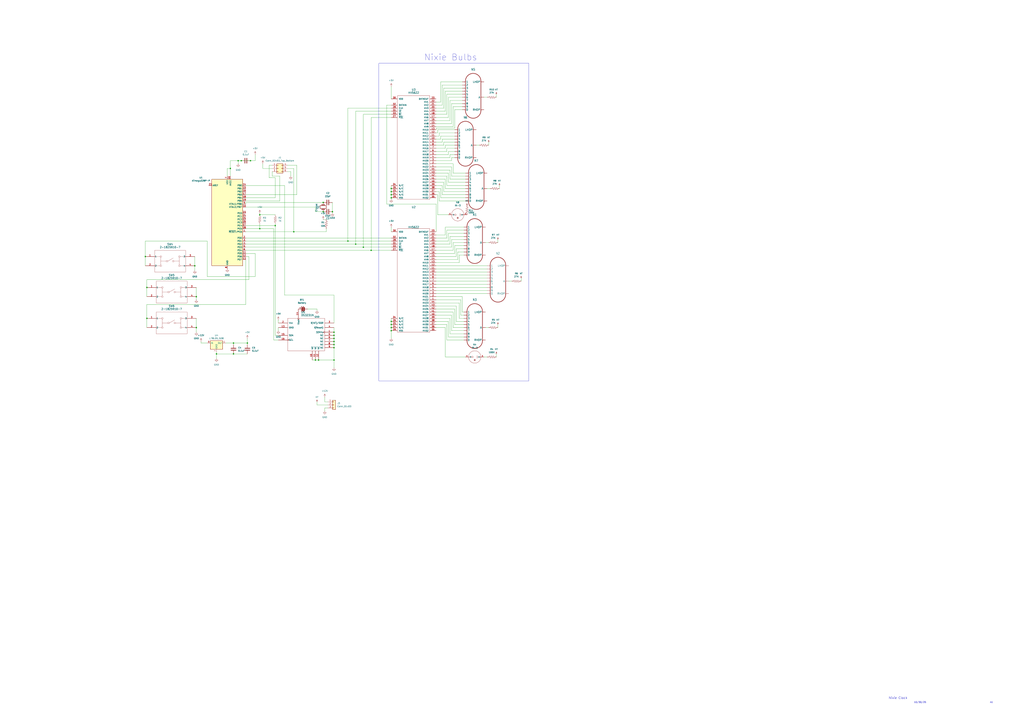
<source format=kicad_sch>
(kicad_sch (version 20250114) (generator "eeschema") (generator_version "9.0")
  (paper "A1")
  (lib_symbols
    (symbol "Connector_Generic:Conn_01x03" (pin_names (offset 1.016) (hide yes))
      (property "Reference" "J" (at 0 5.08 0))
      (property "Value" "Conn_01x03" (at 0 -5.08 0))
      (symbol "Conn_01x03_1_1"
        (pin passive line (at -5.08 2.54 0) (length 3.81) (name "Pin_1") (number "1"))
        (pin passive line (at -5.08 0 0) (length 3.81) (name "Pin_2") (number "2"))
        (pin passive line (at -5.08 -2.54 0) (length 3.81) (name "Pin_3") (number "3"))
      )
    )
    (symbol "Connector_Generic:Conn_02x03_Top_Bottom" (pin_names (offset 1.016) (hide yes))
      (property "Reference" "J" (at 1.27 5.08 0))
      (property "Value" "Conn_02x03_Top_Bottom" (at 1.27 -5.08 0))
      (symbol "Conn_02x03_Top_Bottom_1_1"
        (pin passive line (at -5.08 2.54 0) (length 3.81) (name "Pin_1") (number "1"))
        (pin passive line (at -5.08 0 0) (length 3.81) (name "Pin_2") (number "2"))
        (pin passive line (at -5.08 -2.54 0) (length 3.81) (name "Pin_3") (number "3"))
        (pin passive line (at 7.62 2.54 180) (length 3.81) (name "Pin_4") (number "4"))
        (pin passive line (at 7.62 0 180) (length 3.81) (name "Pin_5") (number "5"))
        (pin passive line (at 7.62 -2.54 180) (length 3.81) (name "Pin_6") (number "6"))
      )
    )
    (symbol "Device:C" (pin_numbers (hide yes)) (pin_names (offset 0.254))
      (property "Reference" "C" (at 0.635 2.54 0))
      (property "Value" "C" (at 0.635 -2.54 0))
      (symbol "C_1_1"
        (pin passive line (at 0 3.81 270) (length 2.794) (name "~") (number "1"))
        (pin passive line (at 0 -3.81 90) (length 2.794) (name "~") (number "2"))
      )
    )
    (symbol "Device:Crystal" (pin_numbers (hide yes)) (pin_names (offset 1.016) (hide yes))
      (property "Reference" "Y" (at 0 3.81 0))
      (property "Value" "Crystal" (at 0 -3.81 0))
      (symbol "Crystal_1_1"
        (pin passive line (at -3.81 0 0) (length 1.27) (name "1") (number "1"))
        (pin passive line (at 3.81 0 180) (length 1.27) (name "2") (number "2"))
      )
    )
    (symbol "Device:R_US" (pin_numbers (hide yes)) (pin_names (offset 0))
      (property "Reference" "R" (at 2.54 0 90))
      (property "Value" "R_US" (at -2.54 0 90))
      (symbol "R_US_1_1"
        (pin passive line (at 0 3.81 270) (length 1.27) (name "~") (number "1"))
        (pin passive line (at 0 -3.81 90) (length 1.27) (name "~") (number "2"))
      )
    )
    (symbol "MCU_Microchip_ATmega:ATmega328P-P"
      (property "Reference" "U" (at -12.7 36.83 0))
      (property "Value" "ATmega328P-P" (at 2.54 -36.83 0))
      (symbol "ATmega328P-P_1_1"
        (pin passive line (at -15.24 30.48 0) (length 2.54) (name "AREF") (number "21"))
        (pin power_in line (at 0 38.1 270) (length 2.54) (name "VCC") (number "7"))
        (pin passive line (at 0 -38.1 90) (length 2.54) (hide yes) (name "GND") (number "22"))
        (pin power_in line (at 0 -38.1 90) (length 2.54) (name "GND") (number "8"))
        (pin power_in line (at 2.54 38.1 270) (length 2.54) (name "AVCC") (number "20"))
        (pin bidirectional line (at 15.24 30.48 180) (length 2.54) (name "PB0") (number "14"))
        (pin bidirectional line (at 15.24 27.94 180) (length 2.54) (name "PB1") (number "15"))
        (pin bidirectional line (at 15.24 25.4 180) (length 2.54) (name "PB2") (number "16"))
        (pin bidirectional line (at 15.24 22.86 180) (length 2.54) (name "PB3") (number "17"))
        (pin bidirectional line (at 15.24 20.32 180) (length 2.54) (name "PB4") (number "18"))
        (pin bidirectional line (at 15.24 17.78 180) (length 2.54) (name "PB5") (number "19"))
        (pin bidirectional line (at 15.24 15.24 180) (length 2.54) (name "XTAL1/PB6") (number "9"))
        (pin bidirectional line (at 15.24 12.7 180) (length 2.54) (name "XTAL2/PB7") (number "10"))
        (pin bidirectional line (at 15.24 7.62 180) (length 2.54) (name "PC0") (number "23"))
        (pin bidirectional line (at 15.24 5.08 180) (length 2.54) (name "PC1") (number "24"))
        (pin bidirectional line (at 15.24 2.54 180) (length 2.54) (name "PC2") (number "25"))
        (pin bidirectional line (at 15.24 0 180) (length 2.54) (name "PC3") (number "26"))
        (pin bidirectional line (at 15.24 -2.54 180) (length 2.54) (name "PC4") (number "27"))
        (pin bidirectional line (at 15.24 -5.08 180) (length 2.54) (name "PC5") (number "28"))
        (pin bidirectional line (at 15.24 -7.62 180) (length 2.54) (name "~{RESET}/PC6") (number "1"))
        (pin bidirectional line (at 15.24 -12.7 180) (length 2.54) (name "PD0") (number "2"))
        (pin bidirectional line (at 15.24 -15.24 180) (length 2.54) (name "PD1") (number "3"))
        (pin bidirectional line (at 15.24 -17.78 180) (length 2.54) (name "PD2") (number "4"))
        (pin bidirectional line (at 15.24 -20.32 180) (length 2.54) (name "PD3") (number "5"))
        (pin bidirectional line (at 15.24 -22.86 180) (length 2.54) (name "PD4") (number "6"))
        (pin bidirectional line (at 15.24 -25.4 180) (length 2.54) (name "PD5") (number "11"))
        (pin bidirectional line (at 15.24 -27.94 180) (length 2.54) (name "PD6") (number "12"))
        (pin bidirectional line (at 15.24 -30.48 180) (length 2.54) (name "PD7") (number "13"))
      )
    )
    (symbol "Regulator_Linear:L78L05_SO8" (pin_names (offset 0.254))
      (property "Reference" "U" (at -3.81 3.175 0))
      (property "Value" "L78L05_SO8" (at 0 3.175 0))
      (symbol "L78L05_SO8_1_1"
        (pin power_in line (at -7.62 0 0) (length 2.54) (name "IN") (number "8"))
        (pin no_connect line (at -5.08 -2.54 0) (length 2.54) (hide yes) (name "NC") (number "4"))
        (pin passive line (at 0 -7.62 90) (length 2.54) (hide yes) (name "GND") (number "2"))
        (pin passive line (at 0 -7.62 90) (length 2.54) (hide yes) (name "GND") (number "3"))
        (pin passive line (at 0 -7.62 90) (length 2.54) (hide yes) (name "GND") (number "6"))
        (pin power_in line (at 0 -7.62 90) (length 2.54) (name "GND") (number "7"))
        (pin no_connect line (at 5.08 -2.54 180) (length 2.54) (hide yes) (name "NC") (number "5"))
        (pin power_out line (at 7.62 0 180) (length 2.54) (name "OUT") (number "1"))
      )
    )
    (symbol "nixie-cache:Battery" (pin_numbers (hide yes)) (pin_names (offset 0))
      (property "Reference" "BT" (at 2.54 1.27 0))
      (property "Value" "Battery" (at 2.54 -1.27 0))
      (symbol "Battery_1_1"
        (pin passive line (at 0 3.81 270) (length 2.54) (name "~") (number "1"))
        (pin passive line (at 0 -3.81 90) (length 2.54) (name "~") (number "2"))
      )
    )
    (symbol "nixie-cache:DS3231N" (pin_names (offset 1.016))
      (property "Reference" "U" (at 7.62 13.97 0))
      (property "Value" "DS3231N" (at -7.62 -10.16 0))
      (symbol "DS3231N_1_1"
        (pin power_in line (at -22.86 8.89 0) (length 7.62) (name "Vcc") (number "2"))
        (pin power_in line (at -22.86 5.08 0) (length 7.62) (name "GND") (number "13"))
        (pin bidirectional line (at -22.86 -1.27 0) (length 7.62) (name "SDA") (number "15"))
        (pin input clock (at -22.86 -5.08 0) (length 7.62) (name "SCL") (number "16"))
        (pin power_in clock (at -6.35 20.32 270) (length 7.62) (name "Vbat") (number "14"))
        (pin passive line (at 5.08 -21.59 90) (length 7.62) (name "NC") (number "10"))
        (pin passive line (at 7.62 -21.59 90) (length 7.62) (name "NC") (number "11"))
        (pin passive line (at 10.16 -21.59 90) (length 7.62) (name "NC") (number "12"))
        (pin output line (at 22.86 8.89 180) (length 7.62) (name "!(INT)/SQR") (number "3"))
        (pin bidirectional line (at 22.86 5.08 180) (length 7.62) (name "!(Reset)") (number "4"))
        (pin output clock (at 22.86 1.27 180) (length 7.62) (name "32KHz") (number "1"))
        (pin passive line (at 22.86 -1.27 180) (length 7.62) (name "NC") (number "5"))
        (pin passive line (at 22.86 -3.81 180) (length 7.62) (name "NC") (number "6"))
        (pin passive line (at 22.86 -6.35 180) (length 7.62) (name "NC") (number "7"))
        (pin passive line (at 22.86 -8.89 180) (length 7.62) (name "NC") (number "8"))
        (pin passive line (at 22.86 -11.43 180) (length 7.62) (name "NC") (number "9"))
      )
    )
    (symbol "nixie-cache:HV5622" (pin_names (offset 1.016))
      (property "Reference" "U" (at 0 -54.61 0))
      (property "Value" "HV5622" (at 0 -7.62 0))
      (symbol "HV5622_1_1"
        (pin input line (at -19.05 30.48 0) (length 5.08) (name "VDD") (number "30"))
        (pin input line (at -19.05 25.4 0) (length 5.08) (name "DATAIN") (number "32"))
        (pin input line (at -19.05 22.86 0) (length 5.08) (name "CLK") (number "28"))
        (pin input line (at -19.05 20.32 0) (length 5.08) (name "~{LE}") (number "31"))
        (pin input line (at -19.05 17.78 0) (length 5.08) (name "~{BL}") (number "33"))
        (pin input line (at -19.05 15.24 0) (length 5.08) (name "~{POL}") (number "27"))
        (pin output line (at -19.05 -40.64 0) (length 5.08) (name "N/C") (number "34"))
        (pin output line (at -19.05 -43.18 0) (length 5.08) (name "N/C") (number "26"))
        (pin output line (at -19.05 -45.72 0) (length 5.08) (name "N/C") (number "25"))
        (pin output line (at -19.05 -48.26 0) (length 5.08) (name "N/C") (number "24"))
        (pin input line (at -19.05 -50.8 0) (length 5.08) (name "VSS") (number "29"))
        (pin output line (at 17.78 30.48 180) (length 5.08) (name "DATAOUT") (number "23"))
        (pin output line (at 17.78 27.94 180) (length 5.08) (name "HV1") (number "22"))
        (pin output line (at 17.78 25.4 180) (length 5.08) (name "HV2") (number "21"))
        (pin output line (at 17.78 22.86 180) (length 5.08) (name "HV3") (number "20"))
        (pin output line (at 17.78 20.32 180) (length 5.08) (name "HV4") (number "19"))
        (pin output line (at 17.78 17.78 180) (length 5.08) (name "HV5") (number "18"))
        (pin output line (at 17.78 15.24 180) (length 5.08) (name "HV6") (number "17"))
        (pin output line (at 17.78 12.7 180) (length 5.08) (name "HV7") (number "16"))
        (pin output line (at 17.78 10.16 180) (length 5.08) (name "HV8") (number "15"))
        (pin output line (at 17.78 7.62 180) (length 5.08) (name "HV9") (number "14"))
        (pin output line (at 17.78 5.08 180) (length 5.08) (name "HV10") (number "13"))
        (pin output line (at 17.78 2.54 180) (length 5.08) (name "HV11") (number "12"))
        (pin output line (at 17.78 0 180) (length 5.08) (name "HV12") (number "11"))
        (pin output line (at 17.78 -2.54 180) (length 5.08) (name "HV13") (number "10"))
        (pin output line (at 17.78 -5.08 180) (length 5.08) (name "HV14") (number "9"))
        (pin output line (at 17.78 -7.62 180) (length 5.08) (name "HV15") (number "8"))
        (pin output line (at 17.78 -10.16 180) (length 5.08) (name "HV16") (number "7"))
        (pin output line (at 17.78 -12.7 180) (length 5.08) (name "HV17") (number "6"))
        (pin output line (at 17.78 -15.24 180) (length 5.08) (name "HV18") (number "5"))
        (pin output line (at 17.78 -17.78 180) (length 5.08) (name "HV19") (number "4"))
        (pin output line (at 17.78 -20.32 180) (length 5.08) (name "HV20") (number "3"))
        (pin output line (at 17.78 -22.86 180) (length 5.08) (name "HV21") (number "2"))
        (pin output line (at 17.78 -25.4 180) (length 5.08) (name "HV22") (number "1"))
        (pin output line (at 17.78 -27.94 180) (length 5.08) (name "HV23") (number "44"))
        (pin output line (at 17.78 -30.48 180) (length 5.08) (name "HV24") (number "43"))
        (pin output line (at 17.78 -33.02 180) (length 5.08) (name "HV25") (number "42"))
        (pin output line (at 17.78 -35.56 180) (length 5.08) (name "HV26") (number "41"))
        (pin output line (at 17.78 -38.1 180) (length 5.08) (name "HV27") (number "40"))
        (pin output line (at 17.78 -40.64 180) (length 5.08) (name "HV28") (number "39"))
        (pin output line (at 17.78 -43.18 180) (length 5.08) (name "HV29") (number "38"))
        (pin output line (at 17.78 -45.72 180) (length 5.08) (name "HV30") (number "37"))
        (pin output line (at 17.78 -48.26 180) (length 5.08) (name "HV31") (number "36"))
        (pin output line (at 17.78 -50.8 180) (length 5.08) (name "HV32") (number "35"))
      )
    )
    (symbol "nixie-cache:IN-3" (pin_names (offset 1.016))
      (property "Reference" "N" (at 1.27 3.175 0))
      (property "Value" "IN-3" (at 0 0 0))
      (symbol "IN-3_1_1"
        (pin bidirectional line (at -2.54 -2.54 0) (length 2.54) (name "A") (number "A"))
        (pin bidirectional line (at 12.7 -2.54 180) (length 2.54) (name "K") (number "K"))
      )
    )
    (symbol "nixies-us:IN-14"
      (property "Reference" "N" (at -2.54 18.415 0))
      (symbol "IN-14_1_0"
        (pin bidirectional line (at -7.62 10.16 0) (length 2.54) (name "1") (number "1"))
        (pin bidirectional line (at -7.62 7.62 0) (length 2.54) (name "2") (number "2"))
        (pin bidirectional line (at -7.62 5.08 0) (length 2.54) (name "3") (number "3"))
        (pin bidirectional line (at -7.62 2.54 0) (length 2.54) (name "4") (number "4"))
        (pin bidirectional line (at -7.62 0 0) (length 2.54) (name "5") (number "5"))
        (pin bidirectional line (at -7.62 -2.54 0) (length 2.54) (name "6") (number "6"))
        (pin bidirectional line (at -7.62 -5.08 0) (length 2.54) (name "7") (number "7"))
        (pin bidirectional line (at -7.62 -7.62 0) (length 2.54) (name "8") (number "8"))
        (pin bidirectional line (at -7.62 -10.16 0) (length 2.54) (name "9") (number "9"))
        (pin bidirectional line (at -7.62 -12.7 0) (length 2.54) (name "0") (number "0"))
        (pin bidirectional line (at 10.16 10.16 180) (length 2.54) (name "LHDP") (number "LHDP"))
        (pin bidirectional line (at 10.16 -2.54 180) (length 2.54) (name "A") (number "A"))
        (pin bidirectional line (at 10.16 -12.7 180) (length 2.54) (name "RHDP") (number "RHDP"))
      )
    )
    (symbol "power:+12V" (power) (pin_numbers (hide yes)) (pin_names (offset 0) (hide yes))
      (property "Value" "+12V" (at 0 3.556 0))
      (symbol "+12V_1_1"
        (pin power_in line (at 0 0 90) (length 0) (name "~") (number "1"))
      )
    )
    (symbol "power:+5V" (power) (pin_numbers (hide yes)) (pin_names (offset 0) (hide yes))
      (property "Value" "+5V" (at 0 3.556 0))
      (symbol "+5V_1_1"
        (pin power_in line (at 0 0 90) (length 0) (name "~") (number "1"))
      )
    )
    (symbol "power:GND" (power) (pin_numbers (hide yes)) (pin_names (offset 0) (hide yes))
      (property "Value" "GND" (at 0 -3.81 0))
      (symbol "GND_1_1"
        (pin power_in line (at 0 0 270) (length 0) (name "~") (number "1"))
      )
    )
    (symbol "power:HT" (power) (pin_numbers (hide yes)) (pin_names (offset 0) (hide yes))
      (property "Value" "HT" (at 0 3.048 0))
      (symbol "HT_0_0"
        (pin power_in line (at 0 0 90) (length 0) (name "~") (number "1"))
      )
    )
    (symbol "switch4:2-1825910-7" (pin_names (offset 0.254))
      (property "Reference" "SW" (at 0 13.97 0))
      (property "Value" "2-1825910-7" (at 0 11.43 0))
      (symbol "2-1825910-7_0_1"
        (pin unspecified line (at -20.32 3.81 0) (length 7.62) (name "1") (number "1"))
        (pin unspecified line (at -20.32 -3.81 0) (length 7.62) (name "2") (number "2"))
        (pin unspecified line (at 20.32 3.81 180) (length 7.62) (name "3") (number "3"))
        (pin unspecified line (at 20.32 -3.81 180) (length 7.62) (name "4") (number "4"))
      )
    )
  )
  (rectangle (start 311.15 52.07) (end 434.34 313.055))
  (text "Nixie Clock" (at 737.616 573.786 0) (effects (font (size 1.778 1.778))))
  (text "Nixie Bulbs" (at 370.078 47.244 0) (effects (font (size 5.08 5.08))))
  (text "10/30/25" (at 755.65 577.342 0) (effects (font (size 1.27 1.27))))
  (text "A1" (at 814.324 577.342 0) (effects (font (size 1.27 1.27))))
  (junction (at 321.31 157.48))
  (junction (at 120.65 236.22))
  (junction (at 304.8 205.74))
  (junction (at 321.31 271.78))
  (junction (at 274.32 273.05))
  (junction (at 321.31 266.7))
  (junction (at 205.74 132.08))
  (junction (at 321.31 264.16))
  (junction (at 203.2 281.94))
  (junction (at 321.31 269.24))
  (junction (at 273.05 173.99))
  (junction (at 195.58 132.08))
  (junction (at 265.43 173.99))
  (junction (at 161.29 243.84))
  (junction (at 191.77 290.83))
  (junction (at 198.12 132.08))
  (junction (at 261.62 295.91))
  (junction (at 274.32 280.67))
  (junction (at 321.31 162.56))
  (junction (at 119.38 210.82))
  (junction (at 265.43 166.37))
  (junction (at 213.36 187.96))
  (junction (at 191.77 281.94))
  (junction (at 274.32 295.91))
  (junction (at 241.3 190.5))
  (junction (at 160.02 218.44))
  (junction (at 321.31 154.94))
  (junction (at 189.23 138.43))
  (junction (at 274.32 283.21))
  (junction (at 213.36 176.53))
  (junction (at 298.45 203.2))
  (junction (at 120.65 261.62))
  (junction (at 292.1 200.66))
  (junction (at 321.31 160.02))
  (junction (at 161.29 269.24))
  (junction (at 226.06 185.42))
  (junction (at 177.8 290.83))
  (junction (at 274.32 278.13))
  (junction (at 285.75 198.12))
  (junction (at 274.32 285.75))
  (junction (at 259.08 295.91))
  (junction (at 274.32 275.59))
  (wire (pts (xy 398.78 269.24) (xy 401.32 269.24)))
  (wire (pts (xy 292.1 91.44) (xy 292.1 200.66)))
  (wire (pts (xy 119.38 210.82) (xy 119.38 218.44)))
  (wire (pts (xy 170.18 227.33) (xy 170.18 198.12)))
  (wire (pts (xy 209.55 132.08) (xy 205.74 132.08)))
  (wire (pts (xy 417.83 231.14) (xy 420.37 231.14)))
  (wire (pts (xy 201.93 203.2) (xy 298.45 203.2)))
  (wire (pts (xy 201.93 250.19) (xy 201.93 213.36)))
  (wire (pts (xy 365.76 186.69) (xy 381 186.69)))
  (wire (pts (xy 224.79 279.4) (xy 224.79 187.96)))
  (wire (pts (xy 370.84 196.85) (xy 370.84 203.2)))
  (wire (pts (xy 368.3 198.12) (xy 358.14 198.12)))
  (wire (pts (xy 358.14 228.6) (xy 400.05 228.6)))
  (wire (pts (xy 377.19 261.62) (xy 381 261.62)))
  (wire (pts (xy 260.35 332.74) (xy 269.24 332.74)))
  (wire (pts (xy 379.73 69.85) (xy 363.22 69.85)))
  (wire (pts (xy 226.06 275.59) (xy 228.6 275.59)))
  (wire (pts (xy 266.7 330.2) (xy 266.7 326.39)))
  (wire (pts (xy 292.1 200.66) (xy 321.31 200.66)))
  (wire (pts (xy 367.03 195.58) (xy 358.14 195.58)))
  (wire (pts (xy 321.31 152.4) (xy 321.31 154.94)))
  (wire (pts (xy 372.11 205.74) (xy 358.14 205.74)))
  (wire (pts (xy 369.57 127) (xy 369.57 129.54)))
  (wire (pts (xy 201.93 210.82) (xy 204.47 210.82)))
  (wire (pts (xy 220.98 146.05) (xy 226.06 146.05)))
  (wire (pts (xy 359.41 109.22) (xy 358.14 109.22)))
  (wire (pts (xy 368.3 80.01) (xy 368.3 96.52)))
  (wire (pts (xy 259.08 295.91) (xy 261.62 295.91)))
  (wire (pts (xy 317.5 86.36) (xy 317.5 167.64)))
  (wire (pts (xy 185.42 281.94) (xy 191.77 281.94)))
  (wire (pts (xy 370.84 85.09) (xy 370.84 101.6)))
  (wire (pts (xy 410.21 152.4) (xy 410.21 154.94)))
  (wire (pts (xy 321.31 186.69) (xy 321.31 190.5)))
  (wire (pts (xy 274.32 295.91) (xy 274.32 302.26)))
  (wire (pts (xy 373.38 201.93) (xy 381 201.93)))
  (wire (pts (xy 365.76 119.38) (xy 365.76 121.92)))
  (wire (pts (xy 241.3 190.5) (xy 201.93 190.5)))
  (wire (pts (xy 367.03 121.92) (xy 367.03 124.46)))
  (wire (pts (xy 321.31 269.24) (xy 321.31 271.78)))
  (wire (pts (xy 382.27 144.78) (xy 370.84 144.78)))
  (wire (pts (xy 186.69 138.43) (xy 189.23 138.43)))
  (wire (pts (xy 363.22 114.3) (xy 363.22 116.84)))
  (wire (pts (xy 364.49 88.9) (xy 364.49 72.39)))
  (wire (pts (xy 261.62 295.91) (xy 274.32 295.91)))
  (wire (pts (xy 372.11 87.63) (xy 379.73 87.63)))
  (wire (pts (xy 367.03 266.7) (xy 358.14 266.7)))
  (wire (pts (xy 367.03 124.46) (xy 358.14 124.46)))
  (wire (pts (xy 370.84 101.6) (xy 358.14 101.6)))
  (wire (pts (xy 361.95 67.31) (xy 379.73 67.31)))
  (wire (pts (xy 358.14 264.16) (xy 368.3 264.16)))
  (wire (pts (xy 236.22 135.89) (xy 243.84 135.89)))
  (wire (pts (xy 379.73 243.84) (xy 379.73 256.54)))
  (wire (pts (xy 364.49 72.39) (xy 379.73 72.39)))
  (wire (pts (xy 358.14 105.41) (xy 358.14 106.68)))
  (wire (pts (xy 372.11 134.62) (xy 358.14 134.62)))
  (wire (pts (xy 321.31 271.78) (xy 321.31 278.13)))
  (wire (pts (xy 170.18 198.12) (xy 119.38 198.12)))
  (wire (pts (xy 285.75 88.9) (xy 285.75 198.12)))
  (wire (pts (xy 373.38 208.28) (xy 358.14 208.28)))
  (wire (pts (xy 367.03 93.98) (xy 367.03 77.47)))
  (wire (pts (xy 267.97 187.96) (xy 267.97 190.5)))
  (wire (pts (xy 201.93 185.42) (xy 226.06 185.42)))
  (wire (pts (xy 220.98 135.89) (xy 220.98 146.05)))
  (wire (pts (xy 369.57 139.7) (xy 369.57 147.32)))
  (wire (pts (xy 358.14 233.68) (xy 400.05 233.68)))
  (wire (pts (xy 195.58 132.08) (xy 195.58 134.62)))
  (wire (pts (xy 377.19 248.92) (xy 377.19 261.62)))
  (wire (pts (xy 379.73 85.09) (xy 370.84 85.09)))
  (wire (pts (xy 119.38 198.12) (xy 119.38 210.82)))
  (wire (pts (xy 369.57 194.31) (xy 381 194.31)))
  (wire (pts (xy 358.14 243.84) (xy 379.73 243.84)))
  (wire (pts (xy 369.57 274.32) (xy 369.57 261.62)))
  (wire (pts (xy 373.38 109.22) (xy 360.68 109.22)))
  (wire (pts (xy 260.35 255.27) (xy 260.35 254)))
  (wire (pts (xy 368.3 191.77) (xy 381 191.77)))
  (wire (pts (xy 369.57 194.31) (xy 369.57 200.66)))
  (wire (pts (xy 370.84 196.85) (xy 381 196.85)))
  (wire (pts (xy 358.14 269.24) (xy 365.76 269.24)))
  (wire (pts (xy 266.7 335.28) (xy 266.7 337.82)))
  (wire (pts (xy 186.69 144.78) (xy 186.69 138.43)))
  (wire (pts (xy 201.93 205.74) (xy 304.8 205.74)))
  (wire (pts (xy 170.18 281.94) (xy 165.1 281.94)))
  (wire (pts (xy 358.14 99.06) (xy 369.57 99.06)))
  (wire (pts (xy 365.76 154.94) (xy 365.76 147.32)))
  (wire (pts (xy 321.31 264.16) (xy 321.31 266.7)))
  (wire (pts (xy 427.99 228.6) (xy 427.99 231.14)))
  (wire (pts (xy 360.68 165.1) (xy 360.68 157.48)))
  (wire (pts (xy 298.45 203.2) (xy 321.31 203.2)))
  (wire (pts (xy 120.65 250.19) (xy 201.93 250.19)))
  (wire (pts (xy 269.24 330.2) (xy 266.7 330.2)))
  (wire (pts (xy 358.14 83.82) (xy 361.95 83.82)))
  (wire (pts (xy 265.43 166.37) (xy 201.93 166.37)))
  (wire (pts (xy 368.3 127) (xy 358.14 127)))
  (wire (pts (xy 236.22 138.43) (xy 241.3 138.43)))
  (wire (pts (xy 213.36 187.96) (xy 201.93 187.96)))
  (wire (pts (xy 373.38 106.68) (xy 359.41 106.68)))
  (wire (pts (xy 161.29 269.24) (xy 161.29 273.05)))
  (wire (pts (xy 361.95 114.3) (xy 358.14 114.3)))
  (wire (pts (xy 213.36 175.26) (xy 213.36 176.53)))
  (wire (pts (xy 397.51 80.01) (xy 400.05 80.01)))
  (wire (pts (xy 381 259.08) (xy 378.46 259.08)))
  (wire (pts (xy 274.32 273.05) (xy 274.32 275.59)))
  (wire (pts (xy 165.1 281.94) (xy 165.1 280.67)))
  (wire (pts (xy 363.22 152.4) (xy 358.14 152.4)))
  (wire (pts (xy 367.03 144.78) (xy 367.03 152.4)))
  (wire (pts (xy 203.2 278.13) (xy 203.2 281.94)))
  (wire (pts (xy 321.31 93.98) (xy 298.45 93.98)))
  (wire (pts (xy 201.93 198.12) (xy 285.75 198.12)))
  (wire (pts (xy 400.05 154.94) (xy 402.59 154.94)))
  (wire (pts (xy 267.97 190.5) (xy 241.3 190.5)))
  (wire (pts (xy 365.76 147.32) (xy 358.14 147.32)))
  (wire (pts (xy 238.76 140.97) (xy 238.76 144.78)))
  (wire (pts (xy 364.49 157.48) (xy 382.27 157.48)))
  (wire (pts (xy 368.3 276.86) (xy 381 276.86)))
  (wire (pts (xy 407.67 77.47) (xy 407.67 80.01)))
  (wire (pts (xy 189.23 144.78) (xy 189.23 138.43)))
  (wire (pts (xy 259.08 170.18) (xy 259.08 173.99)))
  (wire (pts (xy 365.76 186.69) (xy 365.76 193.04)))
  (wire (pts (xy 191.77 290.83) (xy 203.2 290.83)))
  (wire (pts (xy 209.55 208.28) (xy 209.55 227.33)))
  (wire (pts (xy 375.92 207.01) (xy 375.92 213.36)))
  (wire (pts (xy 374.65 204.47) (xy 381 204.47)))
  (wire (pts (xy 226.06 184.15) (xy 226.06 185.42)))
  (wire (pts (xy 201.93 166.37) (xy 201.93 167.64)))
  (wire (pts (xy 361.95 162.56) (xy 382.27 162.56)))
  (wire (pts (xy 369.57 82.55) (xy 379.73 82.55)))
  (wire (pts (xy 321.31 71.12) (xy 321.31 81.28)))
  (wire (pts (xy 381 279.4) (xy 367.03 279.4)))
  (wire (pts (xy 189.23 132.08) (xy 189.23 138.43)))
  (wire (pts (xy 364.49 119.38) (xy 358.14 119.38)))
  (wire (pts (xy 361.95 83.82) (xy 361.95 67.31)))
  (wire (pts (xy 215.9 138.43) (xy 215.9 134.62)))
  (wire (pts (xy 269.24 335.28) (xy 266.7 335.28)))
  (wire (pts (xy 359.41 160.02) (xy 359.41 176.53)))
  (wire (pts (xy 370.84 259.08) (xy 370.84 271.78)))
  (wire (pts (xy 274.32 280.67) (xy 274.32 283.21)))
  (wire (pts (xy 375.92 213.36) (xy 358.14 213.36)))
  (wire (pts (xy 358.14 254) (xy 373.38 254)))
  (wire (pts (xy 321.31 154.94) (xy 321.31 157.48)))
  (wire (pts (xy 201.93 200.66) (xy 292.1 200.66)))
  (wire (pts (xy 228.6 262.89) (xy 228.6 265.43)))
  (wire (pts (xy 203.2 281.94) (xy 191.77 281.94)))
  (wire (pts (xy 120.65 250.19) (xy 120.65 261.62)))
  (wire (pts (xy 260.35 330.2) (xy 260.35 332.74)))
  (wire (pts (xy 408.94 266.7) (xy 408.94 269.24)))
  (wire (pts (xy 201.93 208.28) (xy 209.55 208.28)))
  (wire (pts (xy 373.38 129.54) (xy 370.84 129.54)))
  (wire (pts (xy 321.31 160.02) (xy 321.31 162.56)))
  (wire (pts (xy 375.92 207.01) (xy 381 207.01)))
  (wire (pts (xy 382.27 165.1) (xy 360.68 165.1)))
  (wire (pts (xy 374.65 204.47) (xy 374.65 210.82)))
  (wire (pts (xy 160.02 210.82) (xy 160.02 218.44)))
  (wire (pts (xy 379.73 90.17) (xy 373.38 90.17)))
  (wire (pts (xy 177.8 290.83) (xy 177.8 294.64)))
  (wire (pts (xy 273.05 166.37) (xy 273.05 173.99)))
  (wire (pts (xy 358.14 220.98) (xy 400.05 220.98)))
  (wire (pts (xy 382.27 142.24) (xy 372.11 142.24)))
  (wire (pts (xy 321.31 266.7) (xy 321.31 269.24)))
  (wire (pts (xy 243.84 160.02) (xy 201.93 160.02)))
  (wire (pts (xy 382.27 149.86) (xy 368.3 149.86)))
  (wire (pts (xy 359.41 106.68) (xy 359.41 109.22)))
  (wire (pts (xy 367.03 77.47) (xy 379.73 77.47)))
  (wire (pts (xy 372.11 142.24) (xy 372.11 134.62)))
  (wire (pts (xy 382.27 154.94) (xy 365.76 154.94)))
  (wire (pts (xy 381 269.24) (xy 372.11 269.24)))
  (wire (pts (xy 373.38 127) (xy 369.57 127)))
  (wire (pts (xy 191.77 283.21) (xy 191.77 281.94)))
  (wire (pts (xy 229.87 144.78) (xy 229.87 165.1)))
  (wire (pts (xy 273.05 173.99) (xy 273.05 175.26)))
  (wire (pts (xy 120.65 261.62) (xy 120.65 269.24)))
  (wire (pts (xy 358.14 241.3) (xy 400.05 241.3)))
  (wire (pts (xy 377.19 209.55) (xy 377.19 215.9)))
  (wire (pts (xy 358.14 238.76) (xy 400.05 238.76)))
  (wire (pts (xy 368.3 96.52) (xy 358.14 96.52)))
  (wire (pts (xy 363.22 69.85) (xy 363.22 86.36)))
  (wire (pts (xy 363.22 160.02) (xy 363.22 152.4)))
  (wire (pts (xy 377.19 209.55) (xy 381 209.55)))
  (wire (pts (xy 321.31 91.44) (xy 292.1 91.44)))
  (wire (pts (xy 358.14 223.52) (xy 400.05 223.52)))
  (wire (pts (xy 358.14 88.9) (xy 364.49 88.9)))
  (wire (pts (xy 321.31 157.48) (xy 321.31 160.02)))
  (wire (pts (xy 369.57 147.32) (xy 382.27 147.32)))
  (wire (pts (xy 321.31 162.56) (xy 321.31 163.83)))
  (wire (pts (xy 374.65 251.46) (xy 358.14 251.46)))
  (wire (pts (xy 373.38 119.38) (xy 365.76 119.38)))
  (wire (pts (xy 177.8 289.56) (xy 177.8 290.83)))
  (wire (pts (xy 367.03 189.23) (xy 381 189.23)))
  (wire (pts (xy 223.52 144.78) (xy 229.87 144.78)))
  (wire (pts (xy 360.68 157.48) (xy 358.14 157.48)))
  (wire (pts (xy 265.43 173.99) (xy 259.08 173.99)))
  (wire (pts (xy 374.65 264.16) (xy 374.65 251.46)))
  (wire (pts (xy 365.76 121.92) (xy 358.14 121.92)))
  (wire (pts (xy 369.57 261.62) (xy 358.14 261.62)))
  (wire (pts (xy 189.23 132.08) (xy 195.58 132.08)))
  (wire (pts (xy 274.32 269.24) (xy 274.32 273.05)))
  (wire (pts (xy 120.65 236.22) (xy 120.65 243.84)))
  (wire (pts (xy 360.68 109.22) (xy 360.68 111.76)))
  (wire (pts (xy 252.73 254) (xy 260.35 254)))
  (wire (pts (xy 365.76 193.04) (xy 358.14 193.04)))
  (wire (pts (xy 370.84 203.2) (xy 358.14 203.2)))
  (wire (pts (xy 358.14 236.22) (xy 400.05 236.22)))
  (wire (pts (xy 265.43 180.34) (xy 267.97 180.34)))
  (wire (pts (xy 203.2 283.21) (xy 203.2 281.94)))
  (wire (pts (xy 368.3 124.46) (xy 368.3 127)))
  (wire (pts (xy 256.54 295.91) (xy 259.08 295.91)))
  (wire (pts (xy 213.36 184.15) (xy 213.36 187.96)))
  (wire (pts (xy 373.38 105.41) (xy 358.14 105.41)))
  (wire (pts (xy 243.84 135.89) (xy 243.84 160.02)))
  (wire (pts (xy 407.67 290.83) (xy 407.67 293.37)))
  (wire (pts (xy 177.8 290.83) (xy 191.77 290.83)))
  (wire (pts (xy 223.52 138.43) (xy 215.9 138.43)))
  (wire (pts (xy 381 274.32) (xy 369.57 274.32)))
  (wire (pts (xy 358.14 226.06) (xy 400.05 226.06)))
  (wire (pts (xy 259.08 170.18) (xy 201.93 170.18)))
  (wire (pts (xy 373.38 254) (xy 373.38 266.7)))
  (wire (pts (xy 372.11 199.39) (xy 372.11 205.74)))
  (wire (pts (xy 363.22 116.84) (xy 358.14 116.84)))
  (wire (pts (xy 358.14 144.78) (xy 367.03 144.78)))
  (wire (pts (xy 160.02 218.44) (xy 160.02 222.25)))
  (wire (pts (xy 358.14 139.7) (xy 369.57 139.7)))
  (wire (pts (xy 365.76 91.44) (xy 358.14 91.44)))
  (wire (pts (xy 274.32 285.75) (xy 274.32 295.91)))
  (wire (pts (xy 223.52 135.89) (xy 220.98 135.89)))
  (wire (pts (xy 372.11 269.24) (xy 372.11 256.54)))
  (wire (pts (xy 236.22 140.97) (xy 238.76 140.97)))
  (wire (pts (xy 233.68 242.57) (xy 274.32 242.57)))
  (wire (pts (xy 161.29 243.84) (xy 161.29 246.38)))
  (wire (pts (xy 379.73 80.01) (xy 368.3 80.01)))
  (wire (pts (xy 201.93 195.58) (xy 321.31 195.58)))
  (wire (pts (xy 398.78 199.39) (xy 401.32 199.39)))
  (wire (pts (xy 364.49 149.86) (xy 364.49 157.48)))
  (wire (pts (xy 382.27 160.02) (xy 363.22 160.02)))
  (wire (pts (xy 321.31 86.36) (xy 317.5 86.36)))
  (wire (pts (xy 317.5 167.64) (xy 358.14 167.64)))
  (wire (pts (xy 209.55 227.33) (xy 170.18 227.33)))
  (wire (pts (xy 223.52 140.97) (xy 223.52 144.78)))
  (wire (pts (xy 372.11 199.39) (xy 381 199.39)))
  (wire (pts (xy 201.93 152.4) (xy 233.68 152.4)))
  (wire (pts (xy 358.14 259.08) (xy 370.84 259.08)))
  (wire (pts (xy 226.06 185.42) (xy 226.06 275.59)))
  (wire (pts (xy 359.41 176.53) (xy 368.3 176.53)))
  (wire (pts (xy 367.03 152.4) (xy 382.27 152.4)))
  (wire (pts (xy 358.14 93.98) (xy 367.03 93.98)))
  (wire (pts (xy 374.65 210.82) (xy 358.14 210.82)))
  (wire (pts (xy 363.22 86.36) (xy 358.14 86.36)))
  (wire (pts (xy 358.14 248.92) (xy 377.19 248.92)))
  (wire (pts (xy 321.31 261.62) (xy 321.31 264.16)))
  (wire (pts (xy 401.32 116.84) (xy 401.32 119.38)))
  (wire (pts (xy 229.87 165.1) (xy 201.93 165.1)))
  (wire (pts (xy 373.38 114.3) (xy 363.22 114.3)))
  (wire (pts (xy 369.57 200.66) (xy 358.14 200.66)))
  (wire (pts (xy 370.84 129.54) (xy 370.84 132.08)))
  (wire (pts (xy 358.14 104.14) (xy 372.11 104.14)))
  (wire (pts (xy 365.76 293.37) (xy 382.27 293.37)))
  (wire (pts (xy 381 264.16) (xy 374.65 264.16)))
  (wire (pts (xy 358.14 218.44) (xy 400.05 218.44)))
  (wire (pts (xy 226.06 162.56) (xy 201.93 162.56)))
  (wire (pts (xy 361.95 154.94) (xy 361.95 162.56)))
  (wire (pts (xy 364.49 116.84) (xy 364.49 119.38)))
  (wire (pts (xy 321.31 96.52) (xy 304.8 96.52)))
  (wire (pts (xy 358.14 154.94) (xy 361.95 154.94)))
  (wire (pts (xy 368.3 149.86) (xy 368.3 142.24)))
  (wire (pts (xy 195.58 132.08) (xy 198.12 132.08)))
  (wire (pts (xy 391.16 119.38) (xy 393.7 119.38)))
  (wire (pts (xy 397.51 293.37) (xy 400.05 293.37)))
  (wire (pts (xy 379.73 74.93) (xy 365.76 74.93)))
  (wire (pts (xy 369.57 129.54) (xy 358.14 129.54)))
  (wire (pts (xy 365.76 74.93) (xy 365.76 91.44)))
  (wire (pts (xy 368.3 264.16) (xy 368.3 276.86)))
  (wire (pts (xy 285.75 198.12) (xy 321.31 198.12)))
  (wire (pts (xy 373.38 266.7) (xy 381 266.7)))
  (wire (pts (xy 372.11 104.14) (xy 372.11 87.63)))
  (wire (pts (xy 360.68 111.76) (xy 358.14 111.76)))
  (wire (pts (xy 304.8 205.74) (xy 321.31 205.74)))
  (wire (pts (xy 304.8 96.52) (xy 304.8 205.74)))
  (wire (pts (xy 369.57 99.06) (xy 369.57 82.55)))
  (wire (pts (xy 373.38 124.46) (xy 368.3 124.46)))
  (wire (pts (xy 298.45 93.98) (xy 298.45 203.2)))
  (wire (pts (xy 373.38 121.92) (xy 367.03 121.92)))
  (wire (pts (xy 378.46 246.38) (xy 358.14 246.38)))
  (wire (pts (xy 370.84 137.16) (xy 358.14 137.16)))
  (wire (pts (xy 408.94 196.85) (xy 408.94 199.39)))
  (wire (pts (xy 372.11 256.54) (xy 358.14 256.54)))
  (wire (pts (xy 373.38 111.76) (xy 361.95 111.76)))
  (wire (pts (xy 367.03 189.23) (xy 367.03 195.58)))
  (wire (pts (xy 198.12 132.08) (xy 205.74 132.08)))
  (wire (pts (xy 358.14 167.64) (xy 358.14 190.5)))
  (wire (pts (xy 370.84 132.08) (xy 358.14 132.08)))
  (wire (pts (xy 358.14 149.86) (xy 364.49 149.86)))
  (wire (pts (xy 209.55 127) (xy 209.55 132.08)))
  (wire (pts (xy 368.3 191.77) (xy 368.3 198.12)))
  (wire (pts (xy 358.14 160.02) (xy 359.41 160.02)))
  (wire (pts (xy 370.84 271.78) (xy 381 271.78)))
  (wire (pts (xy 228.6 269.24) (xy 228.6 271.78)))
  (wire (pts (xy 373.38 116.84) (xy 364.49 116.84)))
  (wire (pts (xy 204.47 210.82) (xy 204.47 229.87)))
  (wire (pts (xy 373.38 90.17) (xy 373.38 105.41)))
  (wire (pts (xy 358.14 231.14) (xy 400.05 231.14)))
  (wire (pts (xy 161.29 261.62) (xy 161.29 269.24)))
  (wire (pts (xy 233.68 152.4) (xy 233.68 242.57)))
  (wire (pts (xy 365.76 269.24) (xy 365.76 293.37)))
  (wire (pts (xy 274.32 283.21) (xy 274.32 285.75)))
  (wire (pts (xy 274.32 242.57) (xy 274.32 265.43)))
  (wire (pts (xy 377.19 215.9) (xy 358.14 215.9)))
  (wire (pts (xy 226.06 146.05) (xy 226.06 162.56)))
  (wire (pts (xy 379.73 256.54) (xy 381 256.54)))
  (wire (pts (xy 274.32 278.13) (xy 274.32 280.67)))
  (wire (pts (xy 161.29 236.22) (xy 161.29 243.84)))
  (wire (pts (xy 367.03 279.4) (xy 367.03 266.7)))
  (wire (pts (xy 204.47 229.87) (xy 120.65 229.87)))
  (wire (pts (xy 241.3 138.43) (xy 241.3 190.5)))
  (wire (pts (xy 224.79 279.4) (xy 228.6 279.4)))
  (wire (pts (xy 321.31 88.9) (xy 285.75 88.9)))
  (wire (pts (xy 213.36 176.53) (xy 226.06 176.53)))
  (wire (pts (xy 274.32 275.59) (xy 274.32 278.13)))
  (wire (pts (xy 361.95 111.76) (xy 361.95 114.3)))
  (wire (pts (xy 378.46 259.08) (xy 378.46 246.38)))
  (wire (pts (xy 370.84 144.78) (xy 370.84 137.16)))
  (wire (pts (xy 224.79 187.96) (xy 213.36 187.96)))
  (wire (pts (xy 373.38 201.93) (xy 373.38 208.28)))
  (wire (pts (xy 368.3 142.24) (xy 358.14 142.24)))
  (wire (pts (xy 120.65 229.87) (xy 120.65 236.22)))
  (symbol (lib_id "power:GND") (at 186.69 220.98 0) (unit 1)
    (property "Reference" "#PWR02" (effects (hide yes)))
    (property "Value" "GND" (at 186.69 226.06 0))
    (property "Description" "Power symbol creates a global label with name \"GND\" , ground" (effects (hide yes)))
  )
  (symbol (lib_id "switch4:2-1825910-7") (at 140.97 265.43 0) (unit 1)
    (property "Reference" "SW6" (at 140.97 251.46 0) (effects (font (size 1.524 1.524))))
    (property "Value" "2-1825910-7" (at 140.97 254 0) (effects (font (size 1.524 1.524))))
    (property "Footprint" "SW4_1825910-G_TEC" (effects (hide yes)))
    (property "Datasheet" "2-1825910-7" (effects (hide yes)))
  )
  (symbol (lib_id "Device:C") (at 191.77 287.02 0) (unit 1)
    (property "Reference" "C4" (at 195.58 285.7499 0) (effects (justify left)))
    (property "Value" "0.1uF" (at 195.58 288.2899 0) (effects (justify left)))
    (property "Footprint" "Capacitor_SMD:C_2220_5750Metric" (effects (hide yes)))
    (property "Description" "Unpolarized capacitor" (effects (hide yes)))
  )
  (symbol (lib_id "switch4:2-1825910-7") (at 140.97 240.03 0) (unit 1)
    (property "Reference" "SW5" (at 140.97 226.06 0) (effects (font (size 1.524 1.524))))
    (property "Value" "2-1825910-7" (at 140.97 228.6 0) (effects (font (size 1.524 1.524))))
    (property "Footprint" "SW4_1825910-G_TEC" (effects (hide yes)))
    (property "Datasheet" "2-1825910-7" (effects (hide yes)))
  )
  (symbol (lib_id "nixies-us:IN-14") (at 381 116.84 0) (unit 1)
    (property "Reference" "N6" (at 382.27 96.52 0) (effects (font (size 1.778 1.5113))))
    (property "Footprint" "nixies-us:nixies-us-IN-14" (effects (hide yes)))
    (property "Description" "IN-14: medium numeric frontview nixie tube" (effects (hide yes)))
  )
  (symbol (lib_id "power:HT") (at 260.35 330.2 0) (unit 1)
    (property "Reference" "#PWR031" (effects (hide yes)))
    (property "Value" "HT" (at 260.35 326.39 0))
    (property "Description" "Power symbol creates a global label with name \"HT\"" (effects (hide yes)))
  )
  (symbol (lib_id "nixies-us:IN-14") (at 407.67 228.6 0) (unit 1)
    (property "Reference" "N2" (at 408.94 208.28 0) (effects (font (size 1.778 1.5113))))
    (property "Footprint" "nixies-us:nixies-us-IN-14" (effects (hide yes)))
    (property "Description" "IN-14: medium numeric frontview nixie tube" (effects (hide yes)))
  )
  (symbol (lib_id "nixie-cache:HV5622") (at 340.36 111.76 0) (unit 1)
    (property "Reference" "U3" (at 339.725 73.66 0) (effects (font (size 1.524 1.524))))
    (property "Value" "HV5622" (at 339.725 76.2 0) (effects (font (size 1.524 1.524))))
    (property "Footprint" "HV5622PG-G:QFP80P1390X1390X235-44N" (effects (hide yes)))
  )
  (symbol (lib_id "power:+5V") (at 209.55 127 0) (unit 1)
    (property "Reference" "#PWR04" (effects (hide yes)))
    (property "Value" "+5V" (at 209.55 121.92 0))
    (property "Description" "Power symbol creates a global label with name \"+5V\"" (effects (hide yes)))
  )
  (symbol (lib_id "Connector_Generic:Conn_02x03_Top_Bottom") (at 228.6 138.43 0) (unit 1)
    (property "Reference" "J1" (at 229.87 129.54 0))
    (property "Value" "Conn_02x03_Top_Bottom" (at 229.87 132.08 0))
    (property "Footprint" "Connector_PinHeader_1.00mm:PinHeader_1x01_P1.00mm_Horizontal" (effects (hide yes)))
    (property "Description" "Generic connector, double row, 02x03, top/bottom pin numbering scheme (row 1: 1...pins_per_row, row2: pins_per_row+1 ... num_pins), script generated (kicad-library-utils/schlib/autogen/connector/)" (effects (hide yes)))
  )
  (symbol (lib_id "Device:R_US") (at 405.13 269.24 90) (unit 1)
    (property "Reference" "R5" (at 405.13 262.89 90))
    (property "Value" "27K" (at 405.13 265.43 90))
    (property "Footprint" "Resistor_SMD:R_0201_0603Metric" (effects (hide yes)))
    (property "Description" "Resistor, US symbol" (effects (hide yes)))
  )
  (symbol (lib_id "switch4:2-1825910-7") (at 139.7 214.63 0) (unit 1)
    (property "Reference" "SW4" (at 139.7 200.66 0) (effects (font (size 1.524 1.524))))
    (property "Value" "2-1825910-7" (at 139.7 203.2 0) (effects (font (size 1.524 1.524))))
    (property "Footprint" "SW4_1825910-G_TEC" (effects (hide yes)))
    (property "Datasheet" "2-1825910-7" (effects (hide yes)))
  )
  (symbol (lib_id "Connector_Generic:Conn_01x03") (at 274.32 332.74 0) (unit 1)
    (property "Reference" "J3" (at 276.86 331.4699 0) (effects (justify left)))
    (property "Value" "Conn_01x03" (at 276.86 334.0099 0) (effects (justify left)))
    (property "Footprint" "Connector_PinHeader_1.00mm:PinHeader_1x01_P1.00mm_Horizontal" (effects (hide yes)))
    (property "Description" "Generic connector, single row, 01x03, script generated (kicad-library-utils/schlib/autogen/connector/)" (effects (hide yes)))
  )
  (symbol (lib_id "Device:R_US") (at 403.86 80.01 90) (unit 1)
    (property "Reference" "R10" (at 403.86 73.66 90))
    (property "Value" "27K" (at 403.86 76.2 90))
    (property "Footprint" "Resistor_SMD:R_0201_0603Metric" (effects (hide yes)))
    (property "Description" "Resistor, US symbol" (effects (hide yes)))
  )
  (symbol (lib_id "power:+12V") (at 266.7 326.39 0) (unit 1)
    (property "Reference" "#PWR032" (effects (hide yes)))
    (property "Value" "+12V" (at 266.7 321.31 0))
    (property "Description" "Power symbol creates a global label with name \"+12V\"" (effects (hide yes)))
  )
  (symbol (lib_id "power:GND") (at 321.31 278.13 0) (unit 1)
    (property "Reference" "#PWR07" (effects (hide yes)))
    (property "Value" "GND" (at 321.31 283.21 0))
    (property "Description" "Power symbol creates a global label with name \"GND\" , ground" (effects (hide yes)))
  )
  (symbol (lib_id "power:GND") (at 177.8 294.64 0) (unit 1)
    (property "Reference" "#PWR019" (effects (hide yes)))
    (property "Value" "GND" (at 177.8 299.72 0))
    (property "Description" "Power symbol creates a global label with name \"GND\" , ground" (effects (hide yes)))
  )
  (symbol (lib_id "MCU_Microchip_ATmega:ATmega328P-P") (at 186.69 182.88 0) (unit 1)
    (property "Reference" "U1" (at 165.1 145.9798 0))
    (property "Value" "ATmega328P-P" (at 165.1 148.5198 0))
    (property "Footprint" "Package_DIP:DIP-28_W7.62mm" (effects (hide yes)))
    (property "Datasheet" "http://ww1.microchip.com/downloads/en/DeviceDoc/ATmega328_P%20AVR%20MCU%20with%20picoPower%20Technology%20Data%20Sheet%2040001984A.pdf" (effects (hide yes)))
    (property "Description" "20MHz, 32kB Flash, 2kB SRAM, 1kB EEPROM, DIP-28" (effects (hide yes)))
  )
  (symbol (lib_id "power:HT") (at 383.54 168.91 0) (unit 1)
    (property "Reference" "#PWR030" (effects (hide yes)))
    (property "Value" "HT" (at 383.54 165.1 0))
    (property "Description" "Power symbol creates a global label with name \"HT\"" (effects (hide yes)))
  )
  (symbol (lib_id "power:+5V") (at 321.31 71.12 0) (unit 1)
    (property "Reference" "#PWR05" (effects (hide yes)))
    (property "Value" "+5V" (at 321.31 66.04 0))
    (property "Description" "Power symbol creates a global label with name \"+5V\"" (effects (hide yes)))
  )
  (symbol (lib_id "nixies-us:IN-14") (at 389.89 152.4 0) (unit 1)
    (property "Reference" "N7" (at 391.16 132.08 0) (effects (font (size 1.778 1.5113))))
    (property "Footprint" "nixies-us:nixies-us-IN-14" (effects (hide yes)))
    (property "Description" "IN-14: medium numeric frontview nixie tube" (effects (hide yes)))
  )
  (symbol (lib_id "Device:R_US") (at 406.4 154.94 90) (unit 1)
    (property "Reference" "R8" (at 406.4 148.59 90))
    (property "Value" "27K" (at 406.4 151.13 90))
    (property "Footprint" "Resistor_SMD:R_0201_0603Metric" (effects (hide yes)))
    (property "Description" "Resistor, US symbol" (effects (hide yes)))
  )
  (symbol (lib_id "nixie-cache:IN-3") (at 381 179.07 180) (unit 1)
    (property "Reference" "N8" (at 375.92 166.37 0))
    (property "Value" "IN-3" (at 375.92 168.91 0))
    (property "Footprint" "russian-nixies:russian-nixies-IN-3" (effects (hide yes)))
  )
  (symbol (lib_id "power:GND") (at 160.02 222.25 0) (unit 1)
    (property "Reference" "#PWR022" (effects (hide yes)))
    (property "Value" "GND" (at 160.02 227.33 0))
    (property "Description" "Power symbol creates a global label with name \"GND\" , ground" (effects (hide yes)))
  )
  (symbol (lib_id "Device:R_US") (at 213.36 180.34 0) (unit 1)
    (property "Reference" "R3" (at 215.9 179.0699 0) (effects (justify left)))
    (property "Value" "7K" (at 215.9 181.6099 0) (effects (justify left)))
    (property "Footprint" "Resistor_SMD:R_0201_0603Metric" (effects (hide yes)))
    (property "Description" "Resistor, US symbol" (effects (hide yes)))
  )
  (symbol (lib_id "power:GND") (at 273.05 175.26 0) (unit 1)
    (property "Reference" "#PWR012" (effects (hide yes)))
    (property "Value" "GND" (at 273.05 179.07 0))
    (property "Description" "Power symbol creates a global label with name \"GND\" , ground" (effects (hide yes)))
  )
  (symbol (lib_id "power:GND") (at 266.7 337.82 0) (unit 1)
    (property "Reference" "#PWR033" (effects (hide yes)))
    (property "Value" "GND" (at 266.7 342.9 0))
    (property "Description" "Power symbol creates a global label with name \"GND\" , ground" (effects (hide yes)))
  )
  (symbol (lib_id "Device:R_US") (at 267.97 184.15 0) (unit 1)
    (property "Reference" "R1" (at 263.906 182.88 0) (effects (justify left)))
    (property "Value" "10K" (at 263.398 185.674 0) (effects (justify left)))
    (property "Footprint" "Resistor_SMD:R_0201_0603Metric" (effects (hide yes)))
    (property "Description" "Resistor, US symbol" (effects (hide yes)))
  )
  (symbol (lib_id "power:+5V") (at 215.9 134.62 0) (unit 1)
    (property "Reference" "#PWR010" (effects (hide yes)))
    (property "Value" "+5V" (at 215.9 129.54 0))
    (property "Description" "Power symbol creates a global label with name \"+5V\"" (effects (hide yes)))
  )
  (symbol (lib_id "power:GND") (at 321.31 163.83 0) (unit 1)
    (property "Reference" "#PWR08" (effects (hide yes)))
    (property "Value" "GND" (at 321.31 168.91 0))
    (property "Description" "Power symbol creates a global label with name \"GND\" , ground" (effects (hide yes)))
  )
  (symbol (lib_id "Device:C") (at 201.93 132.08 90) (unit 1)
    (property "Reference" "C1" (at 201.93 124.46 90))
    (property "Value" "0.1uF" (at 201.93 127 90))
    (property "Footprint" "Capacitor_SMD:C_2220_5750Metric" (effects (hide yes)))
    (property "Description" "Unpolarized capacitor" (effects (hide yes)))
  )
  (symbol (lib_id "Device:C") (at 269.24 173.99 270) (unit 1)
    (property "Reference" "C3" (at 269.24 179.578 90))
    (property "Value" "22pF" (at 269.24 177.292 90))
    (property "Footprint" "Capacitor_SMD:C_2220_5750Metric" (effects (hide yes)))
    (property "Description" "Unpolarized capacitor" (effects (hide yes)))
  )
  (symbol (lib_id "nixie-cache:HV5622") (at 340.36 220.98 0) (unit 1)
    (property "Reference" "U2" (at 339.725 170.18 0) (effects (font (size 1.524 1.524))))
    (property "Value" "HV5622" (at 339.725 186.69 0) (effects (font (size 1.524 1.524))))
    (property "Footprint" "HV5622PG-G:QFP80P1390X1390X235-44N" (effects (hide yes)))
  )
  (symbol (lib_id "power:GND") (at 228.6 271.78 0) (unit 1)
    (property "Reference" "#PWR013" (effects (hide yes)))
    (property "Value" "GND" (at 228.6 276.86 0))
    (property "Description" "Power symbol creates a global label with name \"GND\" , ground" (effects (hide yes)))
  )
  (symbol (lib_id "power:HT") (at 401.32 116.84 0) (unit 1)
    (property "Reference" "#PWR028" (effects (hide yes)))
    (property "Value" "HT" (at 401.32 113.03 0))
    (property "Description" "Power symbol creates a global label with name \"HT\"" (effects (hide yes)))
  )
  (symbol (lib_id "nixie-cache:DS3231N") (at 251.46 274.32 0) (unit 1)
    (property "Reference" "U5" (at 247.2533 256.54 0) (effects (font (size 1.524 1.524)) (justify left)))
    (property "Value" "DS3231N" (at 247.2533 259.08 0) (effects (font (size 1.524 1.524)) (justify left)))
    (property "Footprint" "DS3231SN#:SOIC127P1032X265-16N" (effects (hide yes)))
  )
  (symbol (lib_id "power:+5V") (at 265.43 180.34 0) (unit 1)
    (property "Reference" "#PWR011" (effects (hide yes)))
    (property "Value" "+5V" (at 265.43 175.26 0))
    (property "Description" "Power symbol creates a global label with name \"+5V\"" (effects (hide yes)))
  )
  (symbol (lib_id "power:GND") (at 238.76 144.78 0) (unit 1)
    (property "Reference" "#PWR09" (effects (hide yes)))
    (property "Value" "GND" (at 238.76 149.86 0))
    (property "Description" "Power symbol creates a global label with name \"GND\" , ground" (effects (hide yes)))
  )
  (symbol (lib_id "power:HT") (at 427.99 228.6 0) (unit 1)
    (property "Reference" "#PWR025" (effects (hide yes)))
    (property "Value" "HT" (at 427.99 224.79 0))
    (property "Description" "Power symbol creates a global label with name \"HT\"" (effects (hide yes)))
  )
  (symbol (lib_id "power:GND") (at 260.35 255.27 0) (unit 1)
    (property "Reference" "#PWR015" (effects (hide yes)))
    (property "Value" "GND" (at 260.35 260.35 0))
    (property "Description" "Power symbol creates a global label with name \"GND\" , ground" (effects (hide yes)))
  )
  (symbol (lib_id "Device:R_US") (at 424.18 231.14 90) (unit 1)
    (property "Reference" "R6" (at 424.18 224.79 90))
    (property "Value" "27K" (at 424.18 227.33 90))
    (property "Footprint" "Resistor_SMD:R_0201_0603Metric" (effects (hide yes)))
    (property "Description" "Resistor, US symbol" (effects (hide yes)))
  )
  (symbol (lib_id "nixie-cache:IN-3") (at 394.97 295.91 180) (unit 1)
    (property "Reference" "N4" (at 389.89 283.21 0))
    (property "Value" "IN-3" (at 389.89 285.75 0))
    (property "Footprint" "russian-nixies:russian-nixies-IN-3" (effects (hide yes)))
  )
  (symbol (lib_id "power:HT") (at 410.21 152.4 0) (unit 1)
    (property "Reference" "#PWR027" (effects (hide yes)))
    (property "Value" "HT" (at 410.21 148.59 0))
    (property "Description" "Power symbol creates a global label with name \"HT\"" (effects (hide yes)))
  )
  (symbol (lib_id "Device:R_US") (at 403.86 293.37 90) (unit 1)
    (property "Reference" "R4" (at 403.86 287.02 90))
    (property "Value" "100K" (at 403.86 289.56 90))
    (property "Footprint" "Resistor_SMD:R_0201_0603Metric" (effects (hide yes)))
    (property "Description" "Resistor, US symbol" (effects (hide yes)))
  )
  (symbol (lib_id "power:+5V") (at 203.2 278.13 0) (unit 1)
    (property "Reference" "#PWR020" (effects (hide yes)))
    (property "Value" "+5V" (at 203.2 273.05 0))
    (property "Description" "Power symbol creates a global label with name \"+5V\"" (effects (hide yes)))
  )
  (symbol (lib_id "nixies-us:IN-14") (at 387.35 77.47 0) (unit 1)
    (property "Reference" "N5" (at 388.62 57.15 0) (effects (font (size 1.778 1.5113))))
    (property "Footprint" "nixies-us:nixies-us-IN-14" (effects (hide yes)))
    (property "Description" "IN-14: medium numeric frontview nixie tube" (effects (hide yes)))
  )
  (symbol (lib_id "power:GND") (at 161.29 273.05 0) (unit 1)
    (property "Reference" "#PWR01" (effects (hide yes)))
    (property "Value" "GND" (at 161.29 278.13 0))
    (property "Description" "Power symbol creates a global label with name \"GND\" , ground" (effects (hide yes)))
  )
  (symbol (lib_id "Device:R_US") (at 226.06 180.34 0) (unit 1)
    (property "Reference" "R2" (at 228.6 179.0699 0) (effects (justify left)))
    (property "Value" "7K" (at 228.6 181.6099 0) (effects (justify left)))
    (property "Footprint" "Resistor_SMD:R_0201_0603Metric" (effects (hide yes)))
    (property "Description" "Resistor, US symbol" (effects (hide yes)))
  )
  (symbol (lib_id "nixie-cache:Battery") (at 248.92 254 90) (unit 1)
    (property "Reference" "BT1" (at 248.031 246.38 90))
    (property "Value" "Battery" (at 248.031 248.92 90))
    (property "Footprint" "Battery:Battery_Panasonic_CR2032-HFN_Horizontal_CircularHoles" (effects (hide yes)))
  )
  (symbol (lib_id "Regulator_Linear:L78L05_SO8") (at 177.8 281.94 0) (unit 1)
    (property "Reference" "U4" (at 177.8 275.59 0))
    (property "Value" "L78L05_SO8" (at 177.8 278.13 0))
    (property "Footprint" "Package_SO:SOIC-8_3.9x4.9mm_P1.27mm" (effects (hide yes)))
    (property "Datasheet" "http://www.st.com/content/ccc/resource/technical/document/datasheet/15/55/e5/aa/23/5b/43/fd/CD00000446.pdf/files/CD00000446.pdf/jcr:content/translations/en.CD00000446.pdf" (effects (hide yes)))
    (property "Description" "Positive 100mA 30V Linear Regulator, Fixed Output 5V, SO-8" (effects (hide yes)))
  )
  (symbol (lib_id "Device:C") (at 203.2 287.02 0) (unit 1)
    (property "Reference" "C5" (at 207.01 285.7499 0) (effects (justify left)))
    (property "Value" "0.1uF" (at 207.01 288.2899 0) (effects (justify left)))
    (property "Footprint" "Capacitor_SMD:C_2220_5750Metric" (effects (hide yes)))
    (property "Description" "Unpolarized capacitor" (effects (hide yes)))
  )
  (symbol (lib_id "power:+5V") (at 213.36 175.26 0) (unit 1)
    (property "Reference" "#PWR017" (effects (hide yes)))
    (property "Value" "+5V" (at 213.36 170.18 0))
    (property "Description" "Power symbol creates a global label with name \"+5V\"" (effects (hide yes)))
  )
  (symbol (lib_id "power:GND") (at 274.32 302.26 0) (unit 1)
    (property "Reference" "#PWR016" (effects (hide yes)))
    (property "Value" "GND" (at 274.32 307.34 0))
    (property "Description" "Power symbol creates a global label with name \"GND\" , ground" (effects (hide yes)))
  )
  (symbol (lib_id "nixies-us:IN-14") (at 388.62 196.85 0) (unit 1)
    (property "Reference" "N1" (at 389.89 176.53 0) (effects (font (size 1.778 1.5113))))
    (property "Footprint" "nixies-us:nixies-us-IN-14" (effects (hide yes)))
    (property "Description" "IN-14: medium numeric frontview nixie tube" (effects (hide yes)))
  )
  (symbol (lib_id "Device:Crystal") (at 265.43 170.18 90) (unit 1)
    (property "Reference" "Y1" (at 261.62 168.91 0) (effects (justify right)))
    (property "Value" "Crystal" (at 259.842 167.132 0) (effects (justify right)))
    (property "Footprint" "nixiemisc:nixiemisc-CRYSTAL-SMD-2.0X1.6MM" (effects (hide yes)))
    (property "Description" "Two pin crystal" (effects (hide yes)))
  )
  (symbol (lib_id "Device:R_US") (at 383.54 172.72 0) (unit 1)
    (property "Reference" "R11" (at 384.81 172.974 0) (effects (justify left)))
    (property "Value" "100K" (at 384.556 174.752 0) (effects (justify left)))
    (property "Footprint" "Resistor_SMD:R_0201_0603Metric" (effects (hide yes)))
    (property "Description" "Resistor, US symbol" (effects (hide yes)))
  )
  (symbol (lib_id "power:+5V") (at 321.31 186.69 0) (unit 1)
    (property "Reference" "#PWR06" (effects (hide yes)))
    (property "Value" "+5V" (at 321.31 181.61 0))
    (property "Description" "Power symbol creates a global label with name \"+5V\"" (effects (hide yes)))
  )
  (symbol (lib_id "power:HT") (at 408.94 196.85 0) (unit 1)
    (property "Reference" "#PWR026" (effects (hide yes)))
    (property "Value" "HT" (at 408.94 193.04 0))
    (property "Description" "Power symbol creates a global label with name \"HT\"" (effects (hide yes)))
  )
  (symbol (lib_id "Device:C") (at 269.24 166.37 90) (unit 1)
    (property "Reference" "C2" (at 269.24 158.75 90))
    (property "Value" "22pF" (at 269.24 161.29 90))
    (property "Footprint" "Capacitor_SMD:C_2220_5750Metric" (effects (hide yes)))
    (property "Description" "Unpolarized capacitor" (effects (hide yes)))
  )
  (symbol (lib_id "Device:R_US") (at 397.51 119.38 90) (unit 1)
    (property "Reference" "R9" (at 397.51 113.03 90))
    (property "Value" "27K" (at 397.51 115.57 90))
    (property "Footprint" "Resistor_SMD:R_0201_0603Metric" (effects (hide yes)))
    (property "Description" "Resistor, US symbol" (effects (hide yes)))
  )
  (symbol (lib_id "power:HT") (at 407.67 290.83 0) (unit 1)
    (property "Reference" "#PWR023" (effects (hide yes)))
    (property "Value" "HT" (at 407.67 287.02 0))
    (property "Description" "Power symbol creates a global label with name \"HT\"" (effects (hide yes)))
  )
  (symbol (lib_id "power:+12V") (at 165.1 280.67 0) (unit 1)
    (property "Reference" "#PWR018" (effects (hide yes)))
    (property "Value" "+12V" (at 165.1 275.59 0))
    (property "Description" "Power symbol creates a global label with name \"+12V\"" (effects (hide yes)))
  )
  (symbol (lib_id "power:HT") (at 408.94 266.7 0) (unit 1)
    (property "Reference" "#PWR024" (effects (hide yes)))
    (property "Value" "HT" (at 408.94 262.89 0))
    (property "Description" "Power symbol creates a global label with name \"HT\"" (effects (hide yes)))
  )
  (symbol (lib_id "power:HT") (at 407.67 77.47 0) (unit 1)
    (property "Reference" "#PWR029" (effects (hide yes)))
    (property "Value" "HT" (at 407.67 73.66 0))
    (property "Description" "Power symbol creates a global label with name \"HT\"" (effects (hide yes)))
  )
  (symbol (lib_id "power:+5V") (at 228.6 262.89 0) (unit 1)
    (property "Reference" "#PWR014" (effects (hide yes)))
    (property "Value" "+5V" (at 228.6 257.81 0))
    (property "Description" "Power symbol creates a global label with name \"+5V\"" (effects (hide yes)))
  )
  (symbol (lib_id "power:GND") (at 195.58 134.62 0) (unit 1)
    (property "Reference" "#PWR03" (effects (hide yes)))
    (property "Value" "GND" (at 195.58 139.7 0))
    (property "Description" "Power symbol creates a global label with name \"GND\" , ground" (effects (hide yes)))
  )
  (symbol (lib_id "nixies-us:IN-14") (at 388.62 266.7 0) (unit 1)
    (property "Reference" "N3" (at 389.89 246.38 0) (effects (font (size 1.778 1.5113))))
    (property "Footprint" "nixies-us:nixies-us-IN-14" (effects (hide yes)))
    (property "Description" "IN-14: medium numeric frontview nixie tube" (effects (hide yes)))
  )
  (symbol (lib_id "power:GND") (at 161.29 246.38 0) (unit 1)
    (property "Reference" "#PWR021" (effects (hide yes)))
    (property "Value" "GND" (at 161.29 251.46 0))
    (property "Description" "Power symbol creates a global label with name \"GND\" , ground" (effects (hide yes)))
  )
  (symbol (lib_id "Device:R_US") (at 405.13 199.39 90) (unit 1)
    (property "Reference" "R7" (at 405.13 193.04 90))
    (property "Value" "27K" (at 405.13 195.58 90))
    (property "Footprint" "Resistor_SMD:R_0201_0603Metric" (effects (hide yes)))
    (property "Description" "Resistor, US symbol" (effects (hide yes)))
  )
)
</source>
